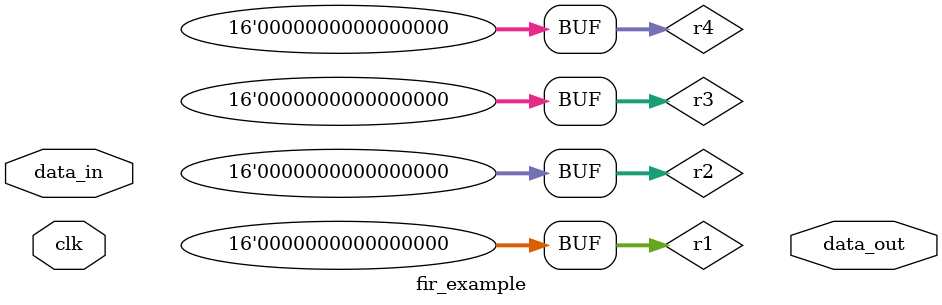
<source format=v>
`timescale 1ns / 1ps


module fir_example(data_in,clk,data_out);
input signed [15:0] data_in;
input clk;
output signed [15:0] data_out;

parameter h1=5'd1;// can be any arbitary coeffiecient
parameter h2=5'd2;// can be any arbitary coeffiecient
parameter h3=5'd3;// can be any arbitary coeffiecient
parameter h4=5'd4;// can be any arbitary coeffiecient

reg signed [15:0] r1;// buffer1
reg signed [15:0] r2;// buffer2
reg signed [15:0] r3;// buffer3
reg signed [15:0] r4;// buffer4

//initialize buffers to zero
initial 
begin
    r1=16'd0;
    r2=16'd0;
    r3=16'd0;
    r4=16'd0;
end

always@(posedge clk)
begin

//write code here
end

//write code here

endmodule

</source>
